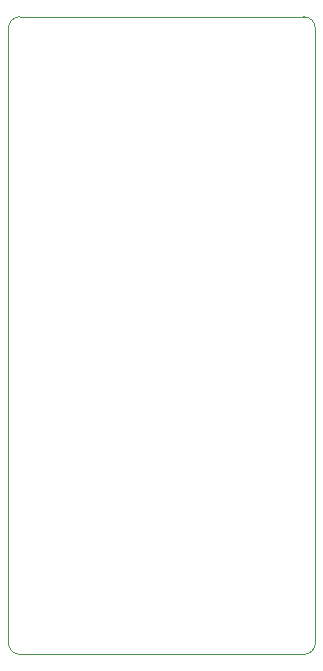
<source format=gbr>
%TF.GenerationSoftware,KiCad,Pcbnew,7.0.10*%
%TF.CreationDate,2024-01-15T01:50:30-05:00*%
%TF.ProjectId,Keyboard-connector-breakout,4b657962-6f61-4726-942d-636f6e6e6563,rev?*%
%TF.SameCoordinates,Original*%
%TF.FileFunction,Profile,NP*%
%FSLAX46Y46*%
G04 Gerber Fmt 4.6, Leading zero omitted, Abs format (unit mm)*
G04 Created by KiCad (PCBNEW 7.0.10) date 2024-01-15 01:50:30*
%MOMM*%
%LPD*%
G01*
G04 APERTURE LIST*
%TA.AperFunction,Profile*%
%ADD10C,0.100000*%
%TD*%
G04 APERTURE END LIST*
D10*
X13000000Y26000000D02*
X13000000Y-26000000D01*
X-12000000Y27000000D02*
X12000000Y27000000D01*
X-12000000Y-27000000D02*
X12000000Y-27000000D01*
X-12000000Y27000000D02*
G75*
G03*
X-13000000Y26000000I-1J-999999D01*
G01*
X12000000Y-27000000D02*
G75*
G03*
X13000000Y-26000000I0J1000000D01*
G01*
X13000000Y26000000D02*
G75*
G03*
X12000000Y27000000I-1000000J0D01*
G01*
X-13000000Y26000000D02*
X-13000000Y-26000000D01*
X-13000000Y-26000000D02*
G75*
G03*
X-12000000Y-27000000I999999J-1D01*
G01*
M02*

</source>
